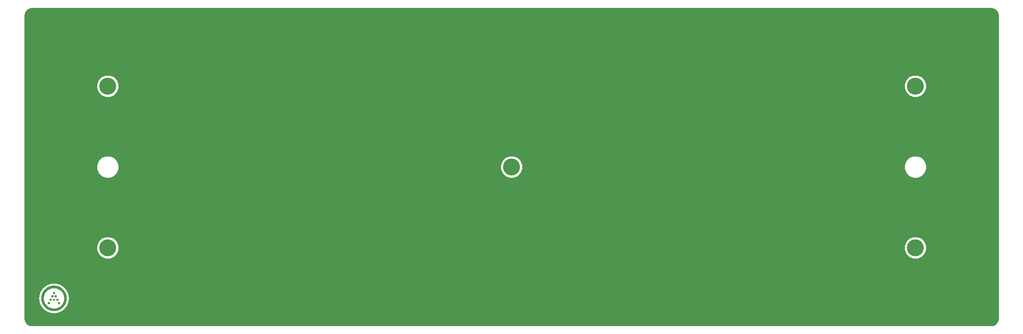
<source format=gtl>
G04 #@! TF.GenerationSoftware,KiCad,Pcbnew,(5.0.0)*
G04 #@! TF.CreationDate,2018-11-27T16:52:05-08:00*
G04 #@! TF.ProjectId,ContraBottomPlate,436F6E747261426F74746F6D506C6174,rev?*
G04 #@! TF.SameCoordinates,Original*
G04 #@! TF.FileFunction,Copper,L1,Top,Signal*
G04 #@! TF.FilePolarity,Positive*
%FSLAX46Y46*%
G04 Gerber Fmt 4.6, Leading zero omitted, Abs format (unit mm)*
G04 Created by KiCad (PCBNEW (5.0.0)) date 11/27/18 16:52:05*
%MOMM*%
%LPD*%
G01*
G04 APERTURE LIST*
G04 #@! TA.AperFunction,EtchedComponent*
%ADD10C,0.010000*%
G04 #@! TD*
G04 #@! TA.AperFunction,ComponentPad*
%ADD11C,4.000000*%
G04 #@! TD*
G04 #@! TA.AperFunction,Conductor*
%ADD12C,1.000000*%
G04 #@! TD*
G04 #@! TA.AperFunction,Conductor*
%ADD13C,0.254000*%
G04 #@! TD*
G04 APERTURE END LIST*
D10*
G04 #@! TO.C,G\002A\002A\002A*
G36*
X46228000Y-115601750D02*
X45823188Y-115601750D01*
X45823188Y-115196938D01*
X46228000Y-115196938D01*
X46228000Y-115601750D01*
X46228000Y-115601750D01*
G37*
X46228000Y-115601750D02*
X45823188Y-115601750D01*
X45823188Y-115196938D01*
X46228000Y-115196938D01*
X46228000Y-115601750D01*
G36*
X46632813Y-116387563D02*
X46228000Y-116387563D01*
X46228000Y-116006563D01*
X46632813Y-116006563D01*
X46632813Y-116387563D01*
X46632813Y-116387563D01*
G37*
X46632813Y-116387563D02*
X46228000Y-116387563D01*
X46228000Y-116006563D01*
X46632813Y-116006563D01*
X46632813Y-116387563D01*
G36*
X45823188Y-116387563D02*
X45442188Y-116387563D01*
X45442188Y-116006563D01*
X45823188Y-116006563D01*
X45823188Y-116387563D01*
X45823188Y-116387563D01*
G37*
X45823188Y-116387563D02*
X45442188Y-116387563D01*
X45442188Y-116006563D01*
X45823188Y-116006563D01*
X45823188Y-116387563D01*
G36*
X47013813Y-117197188D02*
X46632813Y-117197188D01*
X46632813Y-116792375D01*
X47013813Y-116792375D01*
X47013813Y-117197188D01*
X47013813Y-117197188D01*
G37*
X47013813Y-117197188D02*
X46632813Y-117197188D01*
X46632813Y-116792375D01*
X47013813Y-116792375D01*
X47013813Y-117197188D01*
G36*
X46228000Y-117197188D02*
X45823188Y-117197188D01*
X45823188Y-116792375D01*
X46228000Y-116792375D01*
X46228000Y-117197188D01*
X46228000Y-117197188D01*
G37*
X46228000Y-117197188D02*
X45823188Y-117197188D01*
X45823188Y-116792375D01*
X46228000Y-116792375D01*
X46228000Y-117197188D01*
G36*
X45442188Y-117197188D02*
X45037375Y-117197188D01*
X45037375Y-116792375D01*
X45442188Y-116792375D01*
X45442188Y-117197188D01*
X45442188Y-117197188D01*
G37*
X45442188Y-117197188D02*
X45037375Y-117197188D01*
X45037375Y-116792375D01*
X45442188Y-116792375D01*
X45442188Y-117197188D01*
G36*
X47418625Y-117983000D02*
X47013813Y-117983000D01*
X47013813Y-117578188D01*
X47418625Y-117578188D01*
X47418625Y-117983000D01*
X47418625Y-117983000D01*
G37*
X47418625Y-117983000D02*
X47013813Y-117983000D01*
X47013813Y-117578188D01*
X47418625Y-117578188D01*
X47418625Y-117983000D01*
G36*
X45037375Y-117983000D02*
X44632563Y-117983000D01*
X44632563Y-117578188D01*
X45037375Y-117578188D01*
X45037375Y-117983000D01*
X45037375Y-117983000D01*
G37*
X45037375Y-117983000D02*
X44632563Y-117983000D01*
X44632563Y-117578188D01*
X45037375Y-117578188D01*
X45037375Y-117983000D01*
G36*
X46041469Y-113709295D02*
X46165587Y-113710665D01*
X46277299Y-113714822D01*
X46379892Y-113722169D01*
X46476656Y-113733110D01*
X46570878Y-113748048D01*
X46665847Y-113767387D01*
X46764851Y-113791531D01*
X46810130Y-113803668D01*
X47018677Y-113868906D01*
X47220765Y-113948242D01*
X47415628Y-114041278D01*
X47602499Y-114147618D01*
X47780614Y-114266866D01*
X47932760Y-114384867D01*
X48090428Y-114525592D01*
X48237765Y-114677037D01*
X48374086Y-114838135D01*
X48498708Y-115007817D01*
X48610947Y-115185016D01*
X48710120Y-115368666D01*
X48795542Y-115557697D01*
X48866530Y-115751043D01*
X48915284Y-115919053D01*
X48948355Y-116059039D01*
X48973715Y-116190975D01*
X48992107Y-116320247D01*
X49004275Y-116452243D01*
X49010961Y-116592350D01*
X49011614Y-116617750D01*
X49008895Y-116836047D01*
X48990700Y-117050830D01*
X48957035Y-117262071D01*
X48907906Y-117469739D01*
X48843319Y-117673805D01*
X48779122Y-117837737D01*
X48751039Y-117903002D01*
X48726977Y-117957160D01*
X48705108Y-118003863D01*
X48683607Y-118046763D01*
X48660646Y-118089513D01*
X48634400Y-118135765D01*
X48605275Y-118185406D01*
X48486056Y-118371677D01*
X48355952Y-118546403D01*
X48214829Y-118709715D01*
X48062555Y-118861746D01*
X47898997Y-119002630D01*
X47724024Y-119132498D01*
X47541656Y-119249025D01*
X47488827Y-119279994D01*
X47442914Y-119305971D01*
X47400265Y-119328781D01*
X47357228Y-119350251D01*
X47310151Y-119372207D01*
X47255381Y-119396475D01*
X47193987Y-119422872D01*
X47097754Y-119462419D01*
X47009036Y-119495458D01*
X46921922Y-119523945D01*
X46830498Y-119549839D01*
X46747906Y-119570572D01*
X46583390Y-119606126D01*
X46426295Y-119631803D01*
X46272067Y-119648143D01*
X46116149Y-119655686D01*
X46025594Y-119656263D01*
X45974375Y-119655748D01*
X45926254Y-119655043D01*
X45884374Y-119654210D01*
X45851878Y-119653313D01*
X45831910Y-119652415D01*
X45831125Y-119652359D01*
X45614951Y-119628407D01*
X45402194Y-119589420D01*
X45193713Y-119535717D01*
X44990368Y-119467613D01*
X44793016Y-119385426D01*
X44602518Y-119289475D01*
X44419732Y-119180076D01*
X44268776Y-119075046D01*
X44095849Y-118936699D01*
X43935165Y-118788338D01*
X43786951Y-118630289D01*
X43651429Y-118462882D01*
X43528824Y-118286444D01*
X43419361Y-118101302D01*
X43323263Y-117907785D01*
X43240756Y-117706221D01*
X43172063Y-117496938D01*
X43159918Y-117453880D01*
X43133552Y-117352085D01*
X43112167Y-117255761D01*
X43095359Y-117161617D01*
X43082725Y-117066367D01*
X43073860Y-116966720D01*
X43068362Y-116859390D01*
X43065826Y-116741086D01*
X43065545Y-116685219D01*
X43066220Y-116629858D01*
X43598294Y-116629858D01*
X43598397Y-116709996D01*
X43600063Y-116789660D01*
X43603259Y-116864787D01*
X43607956Y-116931310D01*
X43611676Y-116967000D01*
X43643550Y-117164298D01*
X43690201Y-117355913D01*
X43751451Y-117541472D01*
X43827119Y-117720599D01*
X43917027Y-117892919D01*
X44020994Y-118058059D01*
X44138841Y-118215643D01*
X44270388Y-118365297D01*
X44292724Y-118388510D01*
X44426958Y-118515584D01*
X44572660Y-118633520D01*
X44727131Y-118740340D01*
X44887669Y-118834066D01*
X44933458Y-118857754D01*
X45007866Y-118894403D01*
X45073107Y-118924622D01*
X45133604Y-118950190D01*
X45193778Y-118972884D01*
X45258051Y-118994483D01*
X45323125Y-119014477D01*
X45512338Y-119063890D01*
X45698089Y-119098341D01*
X45881827Y-119117964D01*
X46065003Y-119122892D01*
X46249064Y-119113261D01*
X46315606Y-119106281D01*
X46502938Y-119077337D01*
X46682519Y-119035528D01*
X46856857Y-118980104D01*
X47028459Y-118910314D01*
X47125416Y-118864116D01*
X47296048Y-118770697D01*
X47455464Y-118666962D01*
X47604422Y-118552224D01*
X47743679Y-118425800D01*
X47873994Y-118287004D01*
X47996124Y-118135153D01*
X48104392Y-117979509D01*
X48129518Y-117938318D01*
X48158841Y-117886190D01*
X48190541Y-117826746D01*
X48222799Y-117763606D01*
X48253793Y-117700390D01*
X48281706Y-117640717D01*
X48304715Y-117588207D01*
X48318153Y-117554375D01*
X48381020Y-117362834D01*
X48428416Y-117170095D01*
X48460300Y-116976700D01*
X48476630Y-116783190D01*
X48477368Y-116590107D01*
X48462472Y-116397992D01*
X48431902Y-116207386D01*
X48422099Y-116161344D01*
X48388450Y-116025051D01*
X48350142Y-115898868D01*
X48305204Y-115777257D01*
X48251663Y-115654682D01*
X48214004Y-115577208D01*
X48120299Y-115408360D01*
X48013474Y-115247923D01*
X47894298Y-115096618D01*
X47763537Y-114955164D01*
X47621960Y-114824281D01*
X47470334Y-114704690D01*
X47309427Y-114597110D01*
X47140007Y-114502261D01*
X46995825Y-114434730D01*
X46824197Y-114368335D01*
X46651643Y-114316337D01*
X46476156Y-114278328D01*
X46295726Y-114253901D01*
X46108345Y-114242647D01*
X46045438Y-114241757D01*
X45847343Y-114248127D01*
X45655715Y-114268772D01*
X45469781Y-114303923D01*
X45288765Y-114353817D01*
X45111894Y-114418685D01*
X44938394Y-114498763D01*
X44767491Y-114594285D01*
X44666794Y-114658494D01*
X44527361Y-114760022D01*
X44393163Y-114874528D01*
X44265841Y-115000089D01*
X44147035Y-115134781D01*
X44038386Y-115276681D01*
X43941535Y-115423865D01*
X43858122Y-115574411D01*
X43823326Y-115647330D01*
X43761923Y-115792189D01*
X43711692Y-115931428D01*
X43671435Y-116069376D01*
X43639956Y-116210364D01*
X43616056Y-116358721D01*
X43607655Y-116427250D01*
X43602892Y-116484420D01*
X43599782Y-116553311D01*
X43598294Y-116629858D01*
X43066220Y-116629858D01*
X43067290Y-116542223D01*
X43073164Y-116411356D01*
X43083738Y-116289275D01*
X43099585Y-116172635D01*
X43121277Y-116058094D01*
X43149387Y-115942309D01*
X43184486Y-115821937D01*
X43227147Y-115693634D01*
X43242841Y-115649375D01*
X43321226Y-115454656D01*
X43414066Y-115266322D01*
X43521172Y-115084635D01*
X43642352Y-114909858D01*
X43777417Y-114742253D01*
X43926174Y-114582083D01*
X44088433Y-114429610D01*
X44195271Y-114339429D01*
X44281100Y-114273936D01*
X44378639Y-114206610D01*
X44484248Y-114139662D01*
X44594286Y-114075305D01*
X44705113Y-114015750D01*
X44813089Y-113963208D01*
X44819094Y-113960465D01*
X44889054Y-113930592D01*
X44970235Y-113899206D01*
X45058267Y-113867786D01*
X45148779Y-113837812D01*
X45237401Y-113810761D01*
X45319764Y-113788114D01*
X45351650Y-113780221D01*
X45444875Y-113759453D01*
X45533849Y-113742793D01*
X45621853Y-113729902D01*
X45712169Y-113720445D01*
X45808078Y-113714082D01*
X45912860Y-113710478D01*
X46029795Y-113709294D01*
X46041469Y-113709295D01*
X46041469Y-113709295D01*
G37*
X46041469Y-113709295D02*
X46165587Y-113710665D01*
X46277299Y-113714822D01*
X46379892Y-113722169D01*
X46476656Y-113733110D01*
X46570878Y-113748048D01*
X46665847Y-113767387D01*
X46764851Y-113791531D01*
X46810130Y-113803668D01*
X47018677Y-113868906D01*
X47220765Y-113948242D01*
X47415628Y-114041278D01*
X47602499Y-114147618D01*
X47780614Y-114266866D01*
X47932760Y-114384867D01*
X48090428Y-114525592D01*
X48237765Y-114677037D01*
X48374086Y-114838135D01*
X48498708Y-115007817D01*
X48610947Y-115185016D01*
X48710120Y-115368666D01*
X48795542Y-115557697D01*
X48866530Y-115751043D01*
X48915284Y-115919053D01*
X48948355Y-116059039D01*
X48973715Y-116190975D01*
X48992107Y-116320247D01*
X49004275Y-116452243D01*
X49010961Y-116592350D01*
X49011614Y-116617750D01*
X49008895Y-116836047D01*
X48990700Y-117050830D01*
X48957035Y-117262071D01*
X48907906Y-117469739D01*
X48843319Y-117673805D01*
X48779122Y-117837737D01*
X48751039Y-117903002D01*
X48726977Y-117957160D01*
X48705108Y-118003863D01*
X48683607Y-118046763D01*
X48660646Y-118089513D01*
X48634400Y-118135765D01*
X48605275Y-118185406D01*
X48486056Y-118371677D01*
X48355952Y-118546403D01*
X48214829Y-118709715D01*
X48062555Y-118861746D01*
X47898997Y-119002630D01*
X47724024Y-119132498D01*
X47541656Y-119249025D01*
X47488827Y-119279994D01*
X47442914Y-119305971D01*
X47400265Y-119328781D01*
X47357228Y-119350251D01*
X47310151Y-119372207D01*
X47255381Y-119396475D01*
X47193987Y-119422872D01*
X47097754Y-119462419D01*
X47009036Y-119495458D01*
X46921922Y-119523945D01*
X46830498Y-119549839D01*
X46747906Y-119570572D01*
X46583390Y-119606126D01*
X46426295Y-119631803D01*
X46272067Y-119648143D01*
X46116149Y-119655686D01*
X46025594Y-119656263D01*
X45974375Y-119655748D01*
X45926254Y-119655043D01*
X45884374Y-119654210D01*
X45851878Y-119653313D01*
X45831910Y-119652415D01*
X45831125Y-119652359D01*
X45614951Y-119628407D01*
X45402194Y-119589420D01*
X45193713Y-119535717D01*
X44990368Y-119467613D01*
X44793016Y-119385426D01*
X44602518Y-119289475D01*
X44419732Y-119180076D01*
X44268776Y-119075046D01*
X44095849Y-118936699D01*
X43935165Y-118788338D01*
X43786951Y-118630289D01*
X43651429Y-118462882D01*
X43528824Y-118286444D01*
X43419361Y-118101302D01*
X43323263Y-117907785D01*
X43240756Y-117706221D01*
X43172063Y-117496938D01*
X43159918Y-117453880D01*
X43133552Y-117352085D01*
X43112167Y-117255761D01*
X43095359Y-117161617D01*
X43082725Y-117066367D01*
X43073860Y-116966720D01*
X43068362Y-116859390D01*
X43065826Y-116741086D01*
X43065545Y-116685219D01*
X43066220Y-116629858D01*
X43598294Y-116629858D01*
X43598397Y-116709996D01*
X43600063Y-116789660D01*
X43603259Y-116864787D01*
X43607956Y-116931310D01*
X43611676Y-116967000D01*
X43643550Y-117164298D01*
X43690201Y-117355913D01*
X43751451Y-117541472D01*
X43827119Y-117720599D01*
X43917027Y-117892919D01*
X44020994Y-118058059D01*
X44138841Y-118215643D01*
X44270388Y-118365297D01*
X44292724Y-118388510D01*
X44426958Y-118515584D01*
X44572660Y-118633520D01*
X44727131Y-118740340D01*
X44887669Y-118834066D01*
X44933458Y-118857754D01*
X45007866Y-118894403D01*
X45073107Y-118924622D01*
X45133604Y-118950190D01*
X45193778Y-118972884D01*
X45258051Y-118994483D01*
X45323125Y-119014477D01*
X45512338Y-119063890D01*
X45698089Y-119098341D01*
X45881827Y-119117964D01*
X46065003Y-119122892D01*
X46249064Y-119113261D01*
X46315606Y-119106281D01*
X46502938Y-119077337D01*
X46682519Y-119035528D01*
X46856857Y-118980104D01*
X47028459Y-118910314D01*
X47125416Y-118864116D01*
X47296048Y-118770697D01*
X47455464Y-118666962D01*
X47604422Y-118552224D01*
X47743679Y-118425800D01*
X47873994Y-118287004D01*
X47996124Y-118135153D01*
X48104392Y-117979509D01*
X48129518Y-117938318D01*
X48158841Y-117886190D01*
X48190541Y-117826746D01*
X48222799Y-117763606D01*
X48253793Y-117700390D01*
X48281706Y-117640717D01*
X48304715Y-117588207D01*
X48318153Y-117554375D01*
X48381020Y-117362834D01*
X48428416Y-117170095D01*
X48460300Y-116976700D01*
X48476630Y-116783190D01*
X48477368Y-116590107D01*
X48462472Y-116397992D01*
X48431902Y-116207386D01*
X48422099Y-116161344D01*
X48388450Y-116025051D01*
X48350142Y-115898868D01*
X48305204Y-115777257D01*
X48251663Y-115654682D01*
X48214004Y-115577208D01*
X48120299Y-115408360D01*
X48013474Y-115247923D01*
X47894298Y-115096618D01*
X47763537Y-114955164D01*
X47621960Y-114824281D01*
X47470334Y-114704690D01*
X47309427Y-114597110D01*
X47140007Y-114502261D01*
X46995825Y-114434730D01*
X46824197Y-114368335D01*
X46651643Y-114316337D01*
X46476156Y-114278328D01*
X46295726Y-114253901D01*
X46108345Y-114242647D01*
X46045438Y-114241757D01*
X45847343Y-114248127D01*
X45655715Y-114268772D01*
X45469781Y-114303923D01*
X45288765Y-114353817D01*
X45111894Y-114418685D01*
X44938394Y-114498763D01*
X44767491Y-114594285D01*
X44666794Y-114658494D01*
X44527361Y-114760022D01*
X44393163Y-114874528D01*
X44265841Y-115000089D01*
X44147035Y-115134781D01*
X44038386Y-115276681D01*
X43941535Y-115423865D01*
X43858122Y-115574411D01*
X43823326Y-115647330D01*
X43761923Y-115792189D01*
X43711692Y-115931428D01*
X43671435Y-116069376D01*
X43639956Y-116210364D01*
X43616056Y-116358721D01*
X43607655Y-116427250D01*
X43602892Y-116484420D01*
X43599782Y-116553311D01*
X43598294Y-116629858D01*
X43066220Y-116629858D01*
X43067290Y-116542223D01*
X43073164Y-116411356D01*
X43083738Y-116289275D01*
X43099585Y-116172635D01*
X43121277Y-116058094D01*
X43149387Y-115942309D01*
X43184486Y-115821937D01*
X43227147Y-115693634D01*
X43242841Y-115649375D01*
X43321226Y-115454656D01*
X43414066Y-115266322D01*
X43521172Y-115084635D01*
X43642352Y-114909858D01*
X43777417Y-114742253D01*
X43926174Y-114582083D01*
X44088433Y-114429610D01*
X44195271Y-114339429D01*
X44281100Y-114273936D01*
X44378639Y-114206610D01*
X44484248Y-114139662D01*
X44594286Y-114075305D01*
X44705113Y-114015750D01*
X44813089Y-113963208D01*
X44819094Y-113960465D01*
X44889054Y-113930592D01*
X44970235Y-113899206D01*
X45058267Y-113867786D01*
X45148779Y-113837812D01*
X45237401Y-113810761D01*
X45319764Y-113788114D01*
X45351650Y-113780221D01*
X45444875Y-113759453D01*
X45533849Y-113742793D01*
X45621853Y-113729902D01*
X45712169Y-113720445D01*
X45808078Y-113714082D01*
X45912860Y-113710478D01*
X46029795Y-113709294D01*
X46041469Y-113709295D01*
G04 #@! TD*
D11*
G04 #@! TO.P,REF\002A\002A,1*
G04 #@! TO.N,N/C*
X153987500Y-85725000D03*
G04 #@! TD*
G04 #@! TO.P,REF\002A\002A,1*
G04 #@! TO.N,N/C*
X58737500Y-66675000D03*
G04 #@! TD*
G04 #@! TO.P,REF\002A\002A,1*
G04 #@! TO.N,N/C*
X58737500Y-104775000D03*
G04 #@! TD*
G04 #@! TO.P,REF\002A\002A,1*
G04 #@! TO.N,N/C*
X249237500Y-66675000D03*
G04 #@! TD*
G04 #@! TO.P,REF\002A\002A,1*
G04 #@! TO.N,N/C*
X249237500Y-104775000D03*
G04 #@! TD*
D12*
G04 #@! TO.N,GND*
G04 #@! TO.C,p1*
X42068750Y-50006250D03*
G04 #@! TD*
D13*
G04 #@! TO.N,GND*
G36*
X267527843Y-48397865D02*
X267929434Y-48564209D01*
X268274295Y-48828830D01*
X268538916Y-49173691D01*
X268705261Y-49575283D01*
X268768126Y-50052794D01*
X268768125Y-121397214D01*
X268705261Y-121874717D01*
X268538916Y-122276309D01*
X268274295Y-122621170D01*
X267929434Y-122885791D01*
X267527843Y-123052135D01*
X267050339Y-123115000D01*
X40924661Y-123115000D01*
X40447158Y-123052136D01*
X40045566Y-122885791D01*
X39700705Y-122621170D01*
X39436084Y-122276309D01*
X39269740Y-121874718D01*
X39206875Y-121397214D01*
X39206875Y-116688438D01*
X42425553Y-116688438D01*
X42425834Y-116744305D01*
X42426903Y-116749541D01*
X42425973Y-116754802D01*
X42428509Y-116873106D01*
X42430600Y-116882555D01*
X42429200Y-116892131D01*
X42434698Y-116999461D01*
X42437689Y-117011297D01*
X42436378Y-117023433D01*
X42445243Y-117123080D01*
X42449185Y-117136532D01*
X42448282Y-117150520D01*
X42460916Y-117245770D01*
X42465607Y-117259546D01*
X42465321Y-117274101D01*
X42482129Y-117368245D01*
X42487079Y-117380893D01*
X42487379Y-117394471D01*
X42508764Y-117490795D01*
X42513348Y-117501205D01*
X42513997Y-117512557D01*
X42540363Y-117614351D01*
X42543403Y-117620648D01*
X42543952Y-117627620D01*
X42556097Y-117670678D01*
X42562327Y-117682904D01*
X42563981Y-117696529D01*
X42632674Y-117905812D01*
X42644038Y-117925962D01*
X42648456Y-117948669D01*
X42730963Y-118150234D01*
X42743916Y-118169795D01*
X42750049Y-118192435D01*
X42846147Y-118385952D01*
X42860607Y-118404689D01*
X42868447Y-118427023D01*
X42977911Y-118612165D01*
X42993763Y-118629868D01*
X43003257Y-118651655D01*
X43125862Y-118828093D01*
X43142946Y-118844565D01*
X43153995Y-118865573D01*
X43289517Y-119032979D01*
X43307646Y-119048061D01*
X43320111Y-119068079D01*
X43468324Y-119226128D01*
X43487289Y-119239700D01*
X43501007Y-119258558D01*
X43661690Y-119406918D01*
X43681261Y-119418895D01*
X43696035Y-119436447D01*
X43868962Y-119574794D01*
X43888213Y-119584777D01*
X43903255Y-119600397D01*
X44054210Y-119705427D01*
X44074580Y-119714318D01*
X44091057Y-119729232D01*
X44273843Y-119838631D01*
X44296039Y-119846557D01*
X44314617Y-119861063D01*
X44505115Y-119957014D01*
X44527598Y-119963242D01*
X44546972Y-119976241D01*
X44744323Y-120058428D01*
X44767022Y-120062988D01*
X44787117Y-120074481D01*
X44990462Y-120142585D01*
X45013311Y-120145498D01*
X45034066Y-120155485D01*
X45242547Y-120209188D01*
X45265482Y-120210468D01*
X45286837Y-120218938D01*
X45499594Y-120257925D01*
X45522569Y-120257578D01*
X45544471Y-120264514D01*
X45760645Y-120288466D01*
X45773316Y-120287374D01*
X45785585Y-120290737D01*
X45786370Y-120290793D01*
X45794854Y-120289726D01*
X45803157Y-120291769D01*
X45823125Y-120292667D01*
X45828712Y-120291815D01*
X45834219Y-120293069D01*
X45866714Y-120293966D01*
X45869192Y-120293544D01*
X45871647Y-120294083D01*
X45913527Y-120294916D01*
X45915208Y-120294616D01*
X45916879Y-120294974D01*
X45964999Y-120295679D01*
X45966471Y-120295408D01*
X45967940Y-120295716D01*
X46019160Y-120296231D01*
X46024419Y-120295240D01*
X46029672Y-120296250D01*
X46120227Y-120295673D01*
X46133587Y-120292927D01*
X46147075Y-120294938D01*
X46302992Y-120287395D01*
X46321005Y-120282897D01*
X46339496Y-120284581D01*
X46493724Y-120268241D01*
X46511218Y-120262793D01*
X46529532Y-120263422D01*
X46686628Y-120237745D01*
X46702084Y-120231956D01*
X46718581Y-120231684D01*
X46883097Y-120196130D01*
X46892973Y-120191847D01*
X46903730Y-120191313D01*
X46986322Y-120170579D01*
X46995156Y-120166395D01*
X47004905Y-120165617D01*
X47096328Y-120139723D01*
X47107918Y-120133801D01*
X47120842Y-120132247D01*
X47207955Y-120103760D01*
X47219412Y-120097315D01*
X47232390Y-120095219D01*
X47321108Y-120062180D01*
X47330356Y-120056474D01*
X47341022Y-120054383D01*
X47437255Y-120014836D01*
X47441639Y-120011924D01*
X47446785Y-120010829D01*
X47508179Y-119984432D01*
X47511142Y-119982395D01*
X47514647Y-119981608D01*
X47569418Y-119957340D01*
X47574558Y-119953721D01*
X47580663Y-119952227D01*
X47627740Y-119930271D01*
X47634656Y-119925199D01*
X47642928Y-119922942D01*
X47685965Y-119901472D01*
X47693263Y-119895819D01*
X47702099Y-119893136D01*
X47744749Y-119870325D01*
X47750726Y-119865417D01*
X47758071Y-119862995D01*
X47803984Y-119837018D01*
X47807769Y-119833756D01*
X47812490Y-119832119D01*
X47865319Y-119801150D01*
X47874638Y-119792868D01*
X47886255Y-119788332D01*
X48068623Y-119671805D01*
X48084976Y-119656108D01*
X48105459Y-119646411D01*
X48280433Y-119516543D01*
X48296217Y-119499115D01*
X48316684Y-119487540D01*
X48480242Y-119346656D01*
X48494916Y-119327880D01*
X48514742Y-119314656D01*
X48667016Y-119162625D01*
X48680275Y-119142816D01*
X48699077Y-119128169D01*
X48840200Y-118964857D01*
X48851814Y-118944397D01*
X48869275Y-118928632D01*
X48999379Y-118753907D01*
X49009219Y-118733205D01*
X49025102Y-118716683D01*
X49144321Y-118530412D01*
X49148910Y-118518685D01*
X49157280Y-118509274D01*
X49186405Y-118459633D01*
X49187948Y-118455188D01*
X49191026Y-118451626D01*
X49217272Y-118405374D01*
X49219653Y-118398184D01*
X49224468Y-118392341D01*
X49247429Y-118349591D01*
X49250118Y-118340789D01*
X49255768Y-118333524D01*
X49277269Y-118290624D01*
X49279569Y-118282257D01*
X49284712Y-118275266D01*
X49306581Y-118228563D01*
X49308127Y-118222290D01*
X49311849Y-118217014D01*
X49335911Y-118162856D01*
X49336753Y-118159122D01*
X49338925Y-118155965D01*
X49367008Y-118090699D01*
X49369252Y-118080173D01*
X49375056Y-118071109D01*
X49439253Y-117907177D01*
X49443060Y-117885880D01*
X49453487Y-117866924D01*
X49518074Y-117662858D01*
X49520718Y-117638955D01*
X49530715Y-117617080D01*
X49579844Y-117409412D01*
X49580709Y-117385362D01*
X49589059Y-117362795D01*
X49622724Y-117151554D01*
X49621812Y-117127747D01*
X49628416Y-117104853D01*
X49646611Y-116890070D01*
X49644005Y-116866862D01*
X49648845Y-116844018D01*
X49651564Y-116625721D01*
X49649296Y-116613528D01*
X49651403Y-116601301D01*
X49650750Y-116575902D01*
X49649173Y-116568919D01*
X49650233Y-116561843D01*
X49643548Y-116421736D01*
X49640075Y-116407788D01*
X49641573Y-116393494D01*
X49629405Y-116261498D01*
X49624844Y-116246117D01*
X49625726Y-116230100D01*
X49607334Y-116100828D01*
X49602108Y-116085945D01*
X49602210Y-116070169D01*
X49576850Y-115938233D01*
X49571697Y-115925563D01*
X49571210Y-115911892D01*
X49538139Y-115771907D01*
X49531336Y-115757008D01*
X49529928Y-115740693D01*
X49481174Y-115572682D01*
X49470803Y-115552702D01*
X49467316Y-115530461D01*
X49396328Y-115337115D01*
X49384074Y-115317049D01*
X49378758Y-115294145D01*
X49293336Y-115105114D01*
X49280004Y-115086470D01*
X49273257Y-115064566D01*
X49174084Y-114880916D01*
X49159721Y-114863566D01*
X49151613Y-114842555D01*
X49039374Y-114665355D01*
X49023983Y-114649193D01*
X49014534Y-114628971D01*
X48889912Y-114459290D01*
X48873453Y-114444232D01*
X48862642Y-114424719D01*
X48726321Y-114263621D01*
X48708726Y-114249620D01*
X48696492Y-114230753D01*
X48549155Y-114079308D01*
X48530340Y-114066358D01*
X48516594Y-114048117D01*
X48358926Y-113907392D01*
X48339652Y-113896039D01*
X48324989Y-113879143D01*
X48172842Y-113761142D01*
X48152630Y-113751044D01*
X48136665Y-113735050D01*
X47958550Y-113615802D01*
X47936817Y-113606777D01*
X47919032Y-113591375D01*
X47732161Y-113485035D01*
X47710046Y-113477681D01*
X47691376Y-113463729D01*
X47496512Y-113370692D01*
X47474101Y-113364991D01*
X47454640Y-113352505D01*
X47252552Y-113273169D01*
X47229928Y-113269105D01*
X47209752Y-113258095D01*
X47001205Y-113192857D01*
X46987864Y-113191426D01*
X46975831Y-113185491D01*
X46930553Y-113173354D01*
X46923181Y-113172870D01*
X46916483Y-113169753D01*
X46817479Y-113145609D01*
X46805035Y-113145075D01*
X46793552Y-113140258D01*
X46698583Y-113120919D01*
X46684399Y-113120855D01*
X46671092Y-113115943D01*
X46576870Y-113101005D01*
X46562380Y-113101572D01*
X46548562Y-113097162D01*
X46451798Y-113086221D01*
X46438487Y-113087339D01*
X46425608Y-113083804D01*
X46323014Y-113076457D01*
X46311948Y-113077846D01*
X46301098Y-113075265D01*
X46189386Y-113071108D01*
X46180982Y-113072457D01*
X46172651Y-113070704D01*
X46048533Y-113069334D01*
X46045025Y-113069992D01*
X46041524Y-113069295D01*
X46029850Y-113069294D01*
X46026585Y-113069943D01*
X46023315Y-113069327D01*
X45906380Y-113070511D01*
X45898653Y-113072129D01*
X45890860Y-113070856D01*
X45786078Y-113074460D01*
X45775987Y-113076831D01*
X45765711Y-113075486D01*
X45669802Y-113081849D01*
X45657847Y-113085063D01*
X45645519Y-113083925D01*
X45555203Y-113093382D01*
X45542439Y-113097340D01*
X45529094Y-113096660D01*
X45441090Y-113109551D01*
X45428947Y-113113871D01*
X45416059Y-113113726D01*
X45327085Y-113130386D01*
X45316796Y-113134513D01*
X45305711Y-113134766D01*
X45212487Y-113155534D01*
X45205497Y-113158618D01*
X45197867Y-113158972D01*
X45165981Y-113166865D01*
X45158419Y-113170416D01*
X45150084Y-113171017D01*
X45067721Y-113193664D01*
X45059599Y-113197736D01*
X45050558Y-113198642D01*
X44961936Y-113225693D01*
X44955185Y-113229317D01*
X44947582Y-113230260D01*
X44857070Y-113260234D01*
X44850550Y-113263934D01*
X44843133Y-113265028D01*
X44755101Y-113296448D01*
X44747814Y-113300808D01*
X44739448Y-113302266D01*
X44658267Y-113333652D01*
X44648753Y-113339687D01*
X44637727Y-113342005D01*
X44567767Y-113371878D01*
X44561072Y-113376457D01*
X44553180Y-113378323D01*
X44547175Y-113381066D01*
X44540736Y-113385710D01*
X44533054Y-113387725D01*
X44425078Y-113440267D01*
X44414665Y-113448171D01*
X44402167Y-113451992D01*
X44291340Y-113511547D01*
X44282280Y-113519016D01*
X44271179Y-113522854D01*
X44161141Y-113587211D01*
X44152438Y-113594930D01*
X44141587Y-113599122D01*
X44035978Y-113666070D01*
X44026764Y-113674851D01*
X44015079Y-113679899D01*
X43917540Y-113747226D01*
X43906762Y-113758335D01*
X43892860Y-113765144D01*
X43807030Y-113830637D01*
X43796453Y-113842633D01*
X43782456Y-113850365D01*
X43675618Y-113940546D01*
X43664835Y-113954062D01*
X43650168Y-113963216D01*
X43487909Y-114115689D01*
X43475096Y-114133631D01*
X43457226Y-114146551D01*
X43308470Y-114306721D01*
X43296541Y-114326085D01*
X43279087Y-114340672D01*
X43144022Y-114508277D01*
X43133198Y-114528970D01*
X43116403Y-114545197D01*
X42995223Y-114719973D01*
X42985721Y-114741841D01*
X42969841Y-114759621D01*
X42862735Y-114941308D01*
X42854750Y-114964147D01*
X42840024Y-114983345D01*
X42747184Y-115171680D01*
X42740875Y-115195241D01*
X42727525Y-115215659D01*
X42649140Y-115410378D01*
X42646614Y-115423774D01*
X42639641Y-115435484D01*
X42623947Y-115479743D01*
X42623021Y-115486110D01*
X42619839Y-115491702D01*
X42577177Y-115620006D01*
X42575670Y-115632033D01*
X42570073Y-115642782D01*
X42534974Y-115763154D01*
X42533683Y-115777895D01*
X42527453Y-115791318D01*
X42499343Y-115907102D01*
X42498651Y-115923649D01*
X42492454Y-115939006D01*
X42470762Y-116053547D01*
X42470917Y-116070470D01*
X42465411Y-116086474D01*
X42449564Y-116203115D01*
X42450532Y-116218880D01*
X42446125Y-116234048D01*
X42435551Y-116356129D01*
X42437033Y-116369550D01*
X42433808Y-116382658D01*
X42427934Y-116513525D01*
X42429536Y-116524021D01*
X42427338Y-116534409D01*
X42426268Y-116622044D01*
X42426269Y-116622050D01*
X42426268Y-116622055D01*
X42425593Y-116677416D01*
X42426620Y-116682929D01*
X42425553Y-116688438D01*
X39206875Y-116688438D01*
X39206875Y-104250866D01*
X56102500Y-104250866D01*
X56102500Y-105299134D01*
X56503655Y-106267608D01*
X57244892Y-107008845D01*
X58213366Y-107410000D01*
X59261634Y-107410000D01*
X60230108Y-107008845D01*
X60971345Y-106267608D01*
X61372500Y-105299134D01*
X61372500Y-104250866D01*
X246602500Y-104250866D01*
X246602500Y-105299134D01*
X247003655Y-106267608D01*
X247744892Y-107008845D01*
X248713366Y-107410000D01*
X249761634Y-107410000D01*
X250730108Y-107008845D01*
X251471345Y-106267608D01*
X251872500Y-105299134D01*
X251872500Y-104250866D01*
X251471345Y-103282392D01*
X250730108Y-102541155D01*
X249761634Y-102140000D01*
X248713366Y-102140000D01*
X247744892Y-102541155D01*
X247003655Y-103282392D01*
X246602500Y-104250866D01*
X61372500Y-104250866D01*
X60971345Y-103282392D01*
X60230108Y-102541155D01*
X59261634Y-102140000D01*
X58213366Y-102140000D01*
X57244892Y-102541155D01*
X56503655Y-103282392D01*
X56102500Y-104250866D01*
X39206875Y-104250866D01*
X39206875Y-85200866D01*
X56102500Y-85200866D01*
X56102500Y-86249134D01*
X56503655Y-87217608D01*
X57244892Y-87958845D01*
X58213366Y-88360000D01*
X59261634Y-88360000D01*
X60230108Y-87958845D01*
X60971345Y-87217608D01*
X61372500Y-86249134D01*
X61372500Y-85200866D01*
X151352500Y-85200866D01*
X151352500Y-86249134D01*
X151753655Y-87217608D01*
X152494892Y-87958845D01*
X153463366Y-88360000D01*
X154511634Y-88360000D01*
X155480108Y-87958845D01*
X156221345Y-87217608D01*
X156622500Y-86249134D01*
X156622500Y-85200866D01*
X246602500Y-85200866D01*
X246602500Y-86249134D01*
X247003655Y-87217608D01*
X247744892Y-87958845D01*
X248713366Y-88360000D01*
X249761634Y-88360000D01*
X250730108Y-87958845D01*
X251471345Y-87217608D01*
X251872500Y-86249134D01*
X251872500Y-85200866D01*
X251471345Y-84232392D01*
X250730108Y-83491155D01*
X249761634Y-83090000D01*
X248713366Y-83090000D01*
X247744892Y-83491155D01*
X247003655Y-84232392D01*
X246602500Y-85200866D01*
X156622500Y-85200866D01*
X156221345Y-84232392D01*
X155480108Y-83491155D01*
X154511634Y-83090000D01*
X153463366Y-83090000D01*
X152494892Y-83491155D01*
X151753655Y-84232392D01*
X151352500Y-85200866D01*
X61372500Y-85200866D01*
X60971345Y-84232392D01*
X60230108Y-83491155D01*
X59261634Y-83090000D01*
X58213366Y-83090000D01*
X57244892Y-83491155D01*
X56503655Y-84232392D01*
X56102500Y-85200866D01*
X39206875Y-85200866D01*
X39206875Y-66150866D01*
X56102500Y-66150866D01*
X56102500Y-67199134D01*
X56503655Y-68167608D01*
X57244892Y-68908845D01*
X58213366Y-69310000D01*
X59261634Y-69310000D01*
X60230108Y-68908845D01*
X60971345Y-68167608D01*
X61372500Y-67199134D01*
X61372500Y-66150866D01*
X246602500Y-66150866D01*
X246602500Y-67199134D01*
X247003655Y-68167608D01*
X247744892Y-68908845D01*
X248713366Y-69310000D01*
X249761634Y-69310000D01*
X250730108Y-68908845D01*
X251471345Y-68167608D01*
X251872500Y-67199134D01*
X251872500Y-66150866D01*
X251471345Y-65182392D01*
X250730108Y-64441155D01*
X249761634Y-64040000D01*
X248713366Y-64040000D01*
X247744892Y-64441155D01*
X247003655Y-65182392D01*
X246602500Y-66150866D01*
X61372500Y-66150866D01*
X60971345Y-65182392D01*
X60230108Y-64441155D01*
X59261634Y-64040000D01*
X58213366Y-64040000D01*
X57244892Y-64441155D01*
X56503655Y-65182392D01*
X56102500Y-66150866D01*
X39206875Y-66150866D01*
X39206875Y-50052786D01*
X39269740Y-49575282D01*
X39436084Y-49173691D01*
X39700705Y-48828830D01*
X40045566Y-48564209D01*
X40447158Y-48397864D01*
X40924661Y-48335000D01*
X267050339Y-48335000D01*
X267527843Y-48397865D01*
X267527843Y-48397865D01*
G37*
X267527843Y-48397865D02*
X267929434Y-48564209D01*
X268274295Y-48828830D01*
X268538916Y-49173691D01*
X268705261Y-49575283D01*
X268768126Y-50052794D01*
X268768125Y-121397214D01*
X268705261Y-121874717D01*
X268538916Y-122276309D01*
X268274295Y-122621170D01*
X267929434Y-122885791D01*
X267527843Y-123052135D01*
X267050339Y-123115000D01*
X40924661Y-123115000D01*
X40447158Y-123052136D01*
X40045566Y-122885791D01*
X39700705Y-122621170D01*
X39436084Y-122276309D01*
X39269740Y-121874718D01*
X39206875Y-121397214D01*
X39206875Y-116688438D01*
X42425553Y-116688438D01*
X42425834Y-116744305D01*
X42426903Y-116749541D01*
X42425973Y-116754802D01*
X42428509Y-116873106D01*
X42430600Y-116882555D01*
X42429200Y-116892131D01*
X42434698Y-116999461D01*
X42437689Y-117011297D01*
X42436378Y-117023433D01*
X42445243Y-117123080D01*
X42449185Y-117136532D01*
X42448282Y-117150520D01*
X42460916Y-117245770D01*
X42465607Y-117259546D01*
X42465321Y-117274101D01*
X42482129Y-117368245D01*
X42487079Y-117380893D01*
X42487379Y-117394471D01*
X42508764Y-117490795D01*
X42513348Y-117501205D01*
X42513997Y-117512557D01*
X42540363Y-117614351D01*
X42543403Y-117620648D01*
X42543952Y-117627620D01*
X42556097Y-117670678D01*
X42562327Y-117682904D01*
X42563981Y-117696529D01*
X42632674Y-117905812D01*
X42644038Y-117925962D01*
X42648456Y-117948669D01*
X42730963Y-118150234D01*
X42743916Y-118169795D01*
X42750049Y-118192435D01*
X42846147Y-118385952D01*
X42860607Y-118404689D01*
X42868447Y-118427023D01*
X42977911Y-118612165D01*
X42993763Y-118629868D01*
X43003257Y-118651655D01*
X43125862Y-118828093D01*
X43142946Y-118844565D01*
X43153995Y-118865573D01*
X43289517Y-119032979D01*
X43307646Y-119048061D01*
X43320111Y-119068079D01*
X43468324Y-119226128D01*
X43487289Y-119239700D01*
X43501007Y-119258558D01*
X43661690Y-119406918D01*
X43681261Y-119418895D01*
X43696035Y-119436447D01*
X43868962Y-119574794D01*
X43888213Y-119584777D01*
X43903255Y-119600397D01*
X44054210Y-119705427D01*
X44074580Y-119714318D01*
X44091057Y-119729232D01*
X44273843Y-119838631D01*
X44296039Y-119846557D01*
X44314617Y-119861063D01*
X44505115Y-119957014D01*
X44527598Y-119963242D01*
X44546972Y-119976241D01*
X44744323Y-120058428D01*
X44767022Y-120062988D01*
X44787117Y-120074481D01*
X44990462Y-120142585D01*
X45013311Y-120145498D01*
X45034066Y-120155485D01*
X45242547Y-120209188D01*
X45265482Y-120210468D01*
X45286837Y-120218938D01*
X45499594Y-120257925D01*
X45522569Y-120257578D01*
X45544471Y-120264514D01*
X45760645Y-120288466D01*
X45773316Y-120287374D01*
X45785585Y-120290737D01*
X45786370Y-120290793D01*
X45794854Y-120289726D01*
X45803157Y-120291769D01*
X45823125Y-120292667D01*
X45828712Y-120291815D01*
X45834219Y-120293069D01*
X45866714Y-120293966D01*
X45869192Y-120293544D01*
X45871647Y-120294083D01*
X45913527Y-120294916D01*
X45915208Y-120294616D01*
X45916879Y-120294974D01*
X45964999Y-120295679D01*
X45966471Y-120295408D01*
X45967940Y-120295716D01*
X46019160Y-120296231D01*
X46024419Y-120295240D01*
X46029672Y-120296250D01*
X46120227Y-120295673D01*
X46133587Y-120292927D01*
X46147075Y-120294938D01*
X46302992Y-120287395D01*
X46321005Y-120282897D01*
X46339496Y-120284581D01*
X46493724Y-120268241D01*
X46511218Y-120262793D01*
X46529532Y-120263422D01*
X46686628Y-120237745D01*
X46702084Y-120231956D01*
X46718581Y-120231684D01*
X46883097Y-120196130D01*
X46892973Y-120191847D01*
X46903730Y-120191313D01*
X46986322Y-120170579D01*
X46995156Y-120166395D01*
X47004905Y-120165617D01*
X47096328Y-120139723D01*
X47107918Y-120133801D01*
X47120842Y-120132247D01*
X47207955Y-120103760D01*
X47219412Y-120097315D01*
X47232390Y-120095219D01*
X47321108Y-120062180D01*
X47330356Y-120056474D01*
X47341022Y-120054383D01*
X47437255Y-120014836D01*
X47441639Y-120011924D01*
X47446785Y-120010829D01*
X47508179Y-119984432D01*
X47511142Y-119982395D01*
X47514647Y-119981608D01*
X47569418Y-119957340D01*
X47574558Y-119953721D01*
X47580663Y-119952227D01*
X47627740Y-119930271D01*
X47634656Y-119925199D01*
X47642928Y-119922942D01*
X47685965Y-119901472D01*
X47693263Y-119895819D01*
X47702099Y-119893136D01*
X47744749Y-119870325D01*
X47750726Y-119865417D01*
X47758071Y-119862995D01*
X47803984Y-119837018D01*
X47807769Y-119833756D01*
X47812490Y-119832119D01*
X47865319Y-119801150D01*
X47874638Y-119792868D01*
X47886255Y-119788332D01*
X48068623Y-119671805D01*
X48084976Y-119656108D01*
X48105459Y-119646411D01*
X48280433Y-119516543D01*
X48296217Y-119499115D01*
X48316684Y-119487540D01*
X48480242Y-119346656D01*
X48494916Y-119327880D01*
X48514742Y-119314656D01*
X48667016Y-119162625D01*
X48680275Y-119142816D01*
X48699077Y-119128169D01*
X48840200Y-118964857D01*
X48851814Y-118944397D01*
X48869275Y-118928632D01*
X48999379Y-118753907D01*
X49009219Y-118733205D01*
X49025102Y-118716683D01*
X49144321Y-118530412D01*
X49148910Y-118518685D01*
X49157280Y-118509274D01*
X49186405Y-118459633D01*
X49187948Y-118455188D01*
X49191026Y-118451626D01*
X49217272Y-118405374D01*
X49219653Y-118398184D01*
X49224468Y-118392341D01*
X49247429Y-118349591D01*
X49250118Y-118340789D01*
X49255768Y-118333524D01*
X49277269Y-118290624D01*
X49279569Y-118282257D01*
X49284712Y-118275266D01*
X49306581Y-118228563D01*
X49308127Y-118222290D01*
X49311849Y-118217014D01*
X49335911Y-118162856D01*
X49336753Y-118159122D01*
X49338925Y-118155965D01*
X49367008Y-118090699D01*
X49369252Y-118080173D01*
X49375056Y-118071109D01*
X49439253Y-117907177D01*
X49443060Y-117885880D01*
X49453487Y-117866924D01*
X49518074Y-117662858D01*
X49520718Y-117638955D01*
X49530715Y-117617080D01*
X49579844Y-117409412D01*
X49580709Y-117385362D01*
X49589059Y-117362795D01*
X49622724Y-117151554D01*
X49621812Y-117127747D01*
X49628416Y-117104853D01*
X49646611Y-116890070D01*
X49644005Y-116866862D01*
X49648845Y-116844018D01*
X49651564Y-116625721D01*
X49649296Y-116613528D01*
X49651403Y-116601301D01*
X49650750Y-116575902D01*
X49649173Y-116568919D01*
X49650233Y-116561843D01*
X49643548Y-116421736D01*
X49640075Y-116407788D01*
X49641573Y-116393494D01*
X49629405Y-116261498D01*
X49624844Y-116246117D01*
X49625726Y-116230100D01*
X49607334Y-116100828D01*
X49602108Y-116085945D01*
X49602210Y-116070169D01*
X49576850Y-115938233D01*
X49571697Y-115925563D01*
X49571210Y-115911892D01*
X49538139Y-115771907D01*
X49531336Y-115757008D01*
X49529928Y-115740693D01*
X49481174Y-115572682D01*
X49470803Y-115552702D01*
X49467316Y-115530461D01*
X49396328Y-115337115D01*
X49384074Y-115317049D01*
X49378758Y-115294145D01*
X49293336Y-115105114D01*
X49280004Y-115086470D01*
X49273257Y-115064566D01*
X49174084Y-114880916D01*
X49159721Y-114863566D01*
X49151613Y-114842555D01*
X49039374Y-114665355D01*
X49023983Y-114649193D01*
X49014534Y-114628971D01*
X48889912Y-114459290D01*
X48873453Y-114444232D01*
X48862642Y-114424719D01*
X48726321Y-114263621D01*
X48708726Y-114249620D01*
X48696492Y-114230753D01*
X48549155Y-114079308D01*
X48530340Y-114066358D01*
X48516594Y-114048117D01*
X48358926Y-113907392D01*
X48339652Y-113896039D01*
X48324989Y-113879143D01*
X48172842Y-113761142D01*
X48152630Y-113751044D01*
X48136665Y-113735050D01*
X47958550Y-113615802D01*
X47936817Y-113606777D01*
X47919032Y-113591375D01*
X47732161Y-113485035D01*
X47710046Y-113477681D01*
X47691376Y-113463729D01*
X47496512Y-113370692D01*
X47474101Y-113364991D01*
X47454640Y-113352505D01*
X47252552Y-113273169D01*
X47229928Y-113269105D01*
X47209752Y-113258095D01*
X47001205Y-113192857D01*
X46987864Y-113191426D01*
X46975831Y-113185491D01*
X46930553Y-113173354D01*
X46923181Y-113172870D01*
X46916483Y-113169753D01*
X46817479Y-113145609D01*
X46805035Y-113145075D01*
X46793552Y-113140258D01*
X46698583Y-113120919D01*
X46684399Y-113120855D01*
X46671092Y-113115943D01*
X46576870Y-113101005D01*
X46562380Y-113101572D01*
X46548562Y-113097162D01*
X46451798Y-113086221D01*
X46438487Y-113087339D01*
X46425608Y-113083804D01*
X46323014Y-113076457D01*
X46311948Y-113077846D01*
X46301098Y-113075265D01*
X46189386Y-113071108D01*
X46180982Y-113072457D01*
X46172651Y-113070704D01*
X46048533Y-113069334D01*
X46045025Y-113069992D01*
X46041524Y-113069295D01*
X46029850Y-113069294D01*
X46026585Y-113069943D01*
X46023315Y-113069327D01*
X45906380Y-113070511D01*
X45898653Y-113072129D01*
X45890860Y-113070856D01*
X45786078Y-113074460D01*
X45775987Y-113076831D01*
X45765711Y-113075486D01*
X45669802Y-113081849D01*
X45657847Y-113085063D01*
X45645519Y-113083925D01*
X45555203Y-113093382D01*
X45542439Y-113097340D01*
X45529094Y-113096660D01*
X45441090Y-113109551D01*
X45428947Y-113113871D01*
X45416059Y-113113726D01*
X45327085Y-113130386D01*
X45316796Y-113134513D01*
X45305711Y-113134766D01*
X45212487Y-113155534D01*
X45205497Y-113158618D01*
X45197867Y-113158972D01*
X45165981Y-113166865D01*
X45158419Y-113170416D01*
X45150084Y-113171017D01*
X45067721Y-113193664D01*
X45059599Y-113197736D01*
X45050558Y-113198642D01*
X44961936Y-113225693D01*
X44955185Y-113229317D01*
X44947582Y-113230260D01*
X44857070Y-113260234D01*
X44850550Y-113263934D01*
X44843133Y-113265028D01*
X44755101Y-113296448D01*
X44747814Y-113300808D01*
X44739448Y-113302266D01*
X44658267Y-113333652D01*
X44648753Y-113339687D01*
X44637727Y-113342005D01*
X44567767Y-113371878D01*
X44561072Y-113376457D01*
X44553180Y-113378323D01*
X44547175Y-113381066D01*
X44540736Y-113385710D01*
X44533054Y-113387725D01*
X44425078Y-113440267D01*
X44414665Y-113448171D01*
X44402167Y-113451992D01*
X44291340Y-113511547D01*
X44282280Y-113519016D01*
X44271179Y-113522854D01*
X44161141Y-113587211D01*
X44152438Y-113594930D01*
X44141587Y-113599122D01*
X44035978Y-113666070D01*
X44026764Y-113674851D01*
X44015079Y-113679899D01*
X43917540Y-113747226D01*
X43906762Y-113758335D01*
X43892860Y-113765144D01*
X43807030Y-113830637D01*
X43796453Y-113842633D01*
X43782456Y-113850365D01*
X43675618Y-113940546D01*
X43664835Y-113954062D01*
X43650168Y-113963216D01*
X43487909Y-114115689D01*
X43475096Y-114133631D01*
X43457226Y-114146551D01*
X43308470Y-114306721D01*
X43296541Y-114326085D01*
X43279087Y-114340672D01*
X43144022Y-114508277D01*
X43133198Y-114528970D01*
X43116403Y-114545197D01*
X42995223Y-114719973D01*
X42985721Y-114741841D01*
X42969841Y-114759621D01*
X42862735Y-114941308D01*
X42854750Y-114964147D01*
X42840024Y-114983345D01*
X42747184Y-115171680D01*
X42740875Y-115195241D01*
X42727525Y-115215659D01*
X42649140Y-115410378D01*
X42646614Y-115423774D01*
X42639641Y-115435484D01*
X42623947Y-115479743D01*
X42623021Y-115486110D01*
X42619839Y-115491702D01*
X42577177Y-115620006D01*
X42575670Y-115632033D01*
X42570073Y-115642782D01*
X42534974Y-115763154D01*
X42533683Y-115777895D01*
X42527453Y-115791318D01*
X42499343Y-115907102D01*
X42498651Y-115923649D01*
X42492454Y-115939006D01*
X42470762Y-116053547D01*
X42470917Y-116070470D01*
X42465411Y-116086474D01*
X42449564Y-116203115D01*
X42450532Y-116218880D01*
X42446125Y-116234048D01*
X42435551Y-116356129D01*
X42437033Y-116369550D01*
X42433808Y-116382658D01*
X42427934Y-116513525D01*
X42429536Y-116524021D01*
X42427338Y-116534409D01*
X42426268Y-116622044D01*
X42426269Y-116622050D01*
X42426268Y-116622055D01*
X42425593Y-116677416D01*
X42426620Y-116682929D01*
X42425553Y-116688438D01*
X39206875Y-116688438D01*
X39206875Y-104250866D01*
X56102500Y-104250866D01*
X56102500Y-105299134D01*
X56503655Y-106267608D01*
X57244892Y-107008845D01*
X58213366Y-107410000D01*
X59261634Y-107410000D01*
X60230108Y-107008845D01*
X60971345Y-106267608D01*
X61372500Y-105299134D01*
X61372500Y-104250866D01*
X246602500Y-104250866D01*
X246602500Y-105299134D01*
X247003655Y-106267608D01*
X247744892Y-107008845D01*
X248713366Y-107410000D01*
X249761634Y-107410000D01*
X250730108Y-107008845D01*
X251471345Y-106267608D01*
X251872500Y-105299134D01*
X251872500Y-104250866D01*
X251471345Y-103282392D01*
X250730108Y-102541155D01*
X249761634Y-102140000D01*
X248713366Y-102140000D01*
X247744892Y-102541155D01*
X247003655Y-103282392D01*
X246602500Y-104250866D01*
X61372500Y-104250866D01*
X60971345Y-103282392D01*
X60230108Y-102541155D01*
X59261634Y-102140000D01*
X58213366Y-102140000D01*
X57244892Y-102541155D01*
X56503655Y-103282392D01*
X56102500Y-104250866D01*
X39206875Y-104250866D01*
X39206875Y-85200866D01*
X56102500Y-85200866D01*
X56102500Y-86249134D01*
X56503655Y-87217608D01*
X57244892Y-87958845D01*
X58213366Y-88360000D01*
X59261634Y-88360000D01*
X60230108Y-87958845D01*
X60971345Y-87217608D01*
X61372500Y-86249134D01*
X61372500Y-85200866D01*
X151352500Y-85200866D01*
X151352500Y-86249134D01*
X151753655Y-87217608D01*
X152494892Y-87958845D01*
X153463366Y-88360000D01*
X154511634Y-88360000D01*
X155480108Y-87958845D01*
X156221345Y-87217608D01*
X156622500Y-86249134D01*
X156622500Y-85200866D01*
X246602500Y-85200866D01*
X246602500Y-86249134D01*
X247003655Y-87217608D01*
X247744892Y-87958845D01*
X248713366Y-88360000D01*
X249761634Y-88360000D01*
X250730108Y-87958845D01*
X251471345Y-87217608D01*
X251872500Y-86249134D01*
X251872500Y-85200866D01*
X251471345Y-84232392D01*
X250730108Y-83491155D01*
X249761634Y-83090000D01*
X248713366Y-83090000D01*
X247744892Y-83491155D01*
X247003655Y-84232392D01*
X246602500Y-85200866D01*
X156622500Y-85200866D01*
X156221345Y-84232392D01*
X155480108Y-83491155D01*
X154511634Y-83090000D01*
X153463366Y-83090000D01*
X152494892Y-83491155D01*
X151753655Y-84232392D01*
X151352500Y-85200866D01*
X61372500Y-85200866D01*
X60971345Y-84232392D01*
X60230108Y-83491155D01*
X59261634Y-83090000D01*
X58213366Y-83090000D01*
X57244892Y-83491155D01*
X56503655Y-84232392D01*
X56102500Y-85200866D01*
X39206875Y-85200866D01*
X39206875Y-66150866D01*
X56102500Y-66150866D01*
X56102500Y-67199134D01*
X56503655Y-68167608D01*
X57244892Y-68908845D01*
X58213366Y-69310000D01*
X59261634Y-69310000D01*
X60230108Y-68908845D01*
X60971345Y-68167608D01*
X61372500Y-67199134D01*
X61372500Y-66150866D01*
X246602500Y-66150866D01*
X246602500Y-67199134D01*
X247003655Y-68167608D01*
X247744892Y-68908845D01*
X248713366Y-69310000D01*
X249761634Y-69310000D01*
X250730108Y-68908845D01*
X251471345Y-68167608D01*
X251872500Y-67199134D01*
X251872500Y-66150866D01*
X251471345Y-65182392D01*
X250730108Y-64441155D01*
X249761634Y-64040000D01*
X248713366Y-64040000D01*
X247744892Y-64441155D01*
X247003655Y-65182392D01*
X246602500Y-66150866D01*
X61372500Y-66150866D01*
X60971345Y-65182392D01*
X60230108Y-64441155D01*
X59261634Y-64040000D01*
X58213366Y-64040000D01*
X57244892Y-64441155D01*
X56503655Y-65182392D01*
X56102500Y-66150866D01*
X39206875Y-66150866D01*
X39206875Y-50052786D01*
X39269740Y-49575282D01*
X39436084Y-49173691D01*
X39700705Y-48828830D01*
X40045566Y-48564209D01*
X40447158Y-48397864D01*
X40924661Y-48335000D01*
X267050339Y-48335000D01*
X267527843Y-48397865D01*
G04 #@! TD*
M02*

</source>
